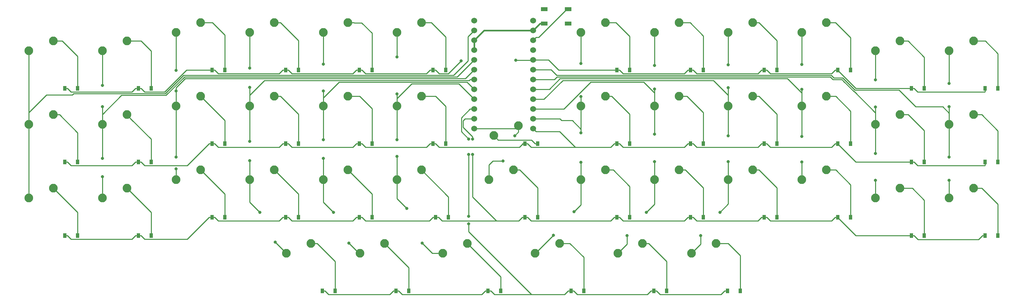
<source format=gbr>
G04 #@! TF.GenerationSoftware,KiCad,Pcbnew,(5.1.2)-1*
G04 #@! TF.CreationDate,2020-02-22T00:02:01+09:00*
G04 #@! TF.ProjectId,rkbd_44,726b6264-5f34-4342-9e6b-696361645f70,rev?*
G04 #@! TF.SameCoordinates,Original*
G04 #@! TF.FileFunction,Copper,L2,Bot*
G04 #@! TF.FilePolarity,Positive*
%FSLAX46Y46*%
G04 Gerber Fmt 4.6, Leading zero omitted, Abs format (unit mm)*
G04 Created by KiCad (PCBNEW (5.1.2)-1) date 2020-02-22 00:02:01*
%MOMM*%
%LPD*%
G04 APERTURE LIST*
%ADD10C,2.250000*%
%ADD11C,1.524000*%
%ADD12R,1.800000X1.100000*%
%ADD13R,0.900000X1.200000*%
%ADD14C,0.800000*%
%ADD15C,0.381000*%
%ADD16C,0.250000*%
G04 APERTURE END LIST*
D10*
X176371250Y-63976250D03*
X170021250Y-66516250D03*
X147478750Y-93186250D03*
X153828750Y-90646250D03*
D11*
X157604850Y-63468250D03*
X157604850Y-66008250D03*
X157604850Y-68548250D03*
X157604850Y-71088250D03*
X157604850Y-73628250D03*
X157604850Y-76168250D03*
X157604850Y-78708250D03*
X157604850Y-81248250D03*
X157604850Y-83788250D03*
X157604850Y-86328250D03*
X157604850Y-88868250D03*
X157604850Y-91408250D03*
X142384850Y-91408250D03*
X142384850Y-88868250D03*
X142384850Y-86328250D03*
X142384850Y-83788250D03*
X142384850Y-81248250D03*
X142384850Y-78708250D03*
X142384850Y-76168250D03*
X142384850Y-73628250D03*
X142384850Y-71088250D03*
X142384850Y-68548250D03*
X142384850Y-66008250D03*
X142384850Y-63468250D03*
D12*
X160496250Y-60526250D03*
X166696250Y-64226250D03*
X160496250Y-64226250D03*
X166696250Y-60526250D03*
D10*
X204946250Y-121126250D03*
X198596250Y-123666250D03*
X185896250Y-121126250D03*
X179546250Y-123666250D03*
X164465000Y-121126250D03*
X158115000Y-123666250D03*
X140652500Y-121126250D03*
X134302500Y-123666250D03*
X119221250Y-121126250D03*
X112871250Y-123666250D03*
X100171250Y-121126250D03*
X93821250Y-123666250D03*
X271621250Y-106838750D03*
X265271250Y-109378750D03*
X252571250Y-106838750D03*
X246221250Y-109378750D03*
X233521250Y-102076250D03*
X227171250Y-104616250D03*
X214471250Y-102076250D03*
X208121250Y-104616250D03*
X195421250Y-102076250D03*
X189071250Y-104616250D03*
X176371250Y-102076250D03*
X170021250Y-104616250D03*
X152558750Y-102076250D03*
X146208750Y-104616250D03*
X128746250Y-102076250D03*
X122396250Y-104616250D03*
X109696250Y-102076250D03*
X103346250Y-104616250D03*
X90646250Y-102076250D03*
X84296250Y-104616250D03*
X71596250Y-102076250D03*
X65246250Y-104616250D03*
X52546250Y-106838750D03*
X46196250Y-109378750D03*
X33496250Y-106838750D03*
X27146250Y-109378750D03*
X271621250Y-87788750D03*
X265271250Y-90328750D03*
X252571250Y-87788750D03*
X246221250Y-90328750D03*
X233521250Y-83026250D03*
X227171250Y-85566250D03*
X214471250Y-83026250D03*
X208121250Y-85566250D03*
X195421250Y-83026250D03*
X189071250Y-85566250D03*
X176371250Y-83026250D03*
X170021250Y-85566250D03*
X128746250Y-83026250D03*
X122396250Y-85566250D03*
X109696250Y-83026250D03*
X103346250Y-85566250D03*
X90646250Y-83026250D03*
X84296250Y-85566250D03*
X71596250Y-83026250D03*
X65246250Y-85566250D03*
X52546250Y-87788750D03*
X46196250Y-90328750D03*
X33496250Y-87788750D03*
X27146250Y-90328750D03*
X271621250Y-68738750D03*
X265271250Y-71278750D03*
X252571250Y-68738750D03*
X246221250Y-71278750D03*
X233521250Y-63976250D03*
X227171250Y-66516250D03*
X214471250Y-63976250D03*
X208121250Y-66516250D03*
X195421250Y-63976250D03*
X189071250Y-66516250D03*
X128746250Y-63976250D03*
X122396250Y-66516250D03*
X109696250Y-63976250D03*
X103346250Y-66516250D03*
X90646250Y-63976250D03*
X84296250Y-66516250D03*
X71596250Y-63976250D03*
X65246250Y-66516250D03*
X52546250Y-68738750D03*
X46196250Y-71278750D03*
X33496250Y-68738750D03*
X27146250Y-71278750D03*
D13*
X211200000Y-133350000D03*
X207900000Y-133350000D03*
X192150000Y-133350000D03*
X188850000Y-133350000D03*
X170718750Y-133350000D03*
X167418750Y-133350000D03*
X149287500Y-133350000D03*
X145987500Y-133350000D03*
X125475000Y-133350000D03*
X122175000Y-133350000D03*
X106425000Y-133350000D03*
X103125000Y-133350000D03*
X277875000Y-119062500D03*
X274575000Y-119062500D03*
X258825000Y-119062500D03*
X255525000Y-119062500D03*
X239775000Y-114300000D03*
X236475000Y-114300000D03*
X220725000Y-114300000D03*
X217425000Y-114300000D03*
X201675000Y-114300000D03*
X198375000Y-114300000D03*
X182625000Y-114300000D03*
X179325000Y-114300000D03*
X158812500Y-114300000D03*
X155512500Y-114300000D03*
X135731250Y-114300000D03*
X132431250Y-114300000D03*
X115950000Y-114300000D03*
X112650000Y-114300000D03*
X96900000Y-114300000D03*
X93600000Y-114300000D03*
X77850000Y-114300000D03*
X74550000Y-114300000D03*
X58800000Y-119062500D03*
X55500000Y-119062500D03*
X39750000Y-119062500D03*
X36450000Y-119062500D03*
X277875000Y-100012500D03*
X274575000Y-100012500D03*
X258825000Y-100012500D03*
X255525000Y-100012500D03*
X239775000Y-95250000D03*
X236475000Y-95250000D03*
X220725000Y-95250000D03*
X217425000Y-95250000D03*
X201675000Y-95250000D03*
X198375000Y-95250000D03*
X182625000Y-95250000D03*
X179325000Y-95250000D03*
X158812500Y-95250000D03*
X155512500Y-95250000D03*
X135000000Y-95250000D03*
X131700000Y-95250000D03*
X115950000Y-95250000D03*
X112650000Y-95250000D03*
X96900000Y-95250000D03*
X93600000Y-95250000D03*
X77850000Y-95250000D03*
X74550000Y-95250000D03*
X58800000Y-100012500D03*
X55500000Y-100012500D03*
X39750000Y-100012500D03*
X36450000Y-100012500D03*
X277875000Y-80962500D03*
X274575000Y-80962500D03*
X258825000Y-80962500D03*
X255525000Y-80962500D03*
X239775000Y-76200000D03*
X236475000Y-76200000D03*
X220725000Y-76200000D03*
X217425000Y-76200000D03*
X201675000Y-76200000D03*
X198375000Y-76200000D03*
X182625000Y-76200000D03*
X179325000Y-76200000D03*
X135000000Y-76200000D03*
X131700000Y-76200000D03*
X115950000Y-76200000D03*
X112650000Y-76200000D03*
X96900000Y-76200000D03*
X93600000Y-76200000D03*
X77850000Y-76200000D03*
X74550000Y-76200000D03*
X58800000Y-80962500D03*
X55500000Y-80962500D03*
X39750000Y-80962500D03*
X36450000Y-80962500D03*
D14*
X139036250Y-73836250D03*
X153166250Y-73696250D03*
X141956250Y-94056250D03*
X141956250Y-98056250D03*
X140956250Y-94056250D03*
X140956250Y-98056250D03*
X140956250Y-114056250D03*
X140956250Y-116056250D03*
X46196250Y-80206850D03*
X46196250Y-85718650D03*
X46196250Y-99060000D03*
X46196250Y-103822500D03*
X65246250Y-76346050D03*
X65246250Y-81680050D03*
X65246250Y-98766250D03*
X65246250Y-101766250D03*
X84296250Y-75716250D03*
X84296250Y-80716250D03*
X84296250Y-94716250D03*
X84296250Y-99716250D03*
X86956250Y-113056250D03*
X90956250Y-120801250D03*
X103346250Y-74666250D03*
X103346250Y-81666250D03*
X103346250Y-94297500D03*
X103346250Y-99060000D03*
X105956250Y-113056250D03*
X109956250Y-121056250D03*
X122396250Y-72866250D03*
X122396250Y-82391250D03*
X122396250Y-94297500D03*
X122396250Y-98583750D03*
X124956250Y-112056250D03*
X128956250Y-121056250D03*
X170016250Y-74556250D03*
X170016250Y-83066250D03*
X170021250Y-92471250D03*
X170026250Y-100136250D03*
X168216250Y-112926250D03*
X162906250Y-118966250D03*
X189071250Y-75041250D03*
X189081250Y-81131250D03*
X189071250Y-92821250D03*
X189071250Y-99941250D03*
X186956250Y-113056250D03*
X181956250Y-119056250D03*
X208121250Y-74866250D03*
X208121250Y-80816250D03*
X208121250Y-93266250D03*
X208131250Y-99956250D03*
X205956250Y-113056250D03*
X200956250Y-119056250D03*
X227171250Y-74766250D03*
X227171250Y-81221250D03*
X227171250Y-93421250D03*
X227171250Y-99996250D03*
X246221250Y-78791250D03*
X246221250Y-85791250D03*
X246221250Y-97791250D03*
X246221250Y-104791250D03*
X265271250Y-79741250D03*
X265271250Y-85741250D03*
X265271250Y-98741250D03*
X265271250Y-104741250D03*
X152856250Y-93209740D03*
X149856250Y-99786250D03*
D15*
X159386850Y-64226250D02*
X157604850Y-66008250D01*
X160496250Y-64226250D02*
X159386850Y-64226250D01*
X144924850Y-66008250D02*
X142384850Y-68548250D01*
X157604850Y-66008250D02*
X144924850Y-66008250D01*
X142384850Y-68548250D02*
X142384850Y-71088250D01*
D16*
X33496250Y-68738750D02*
X35794950Y-68738750D01*
X39750000Y-72693800D02*
X39750000Y-80962500D01*
X35794950Y-68738750D02*
X39750000Y-72693800D01*
X256225000Y-80962500D02*
X255525000Y-80962500D01*
X257150001Y-81887501D02*
X256225000Y-80962500D01*
X274499999Y-81887501D02*
X257150001Y-81887501D01*
X274575000Y-81812500D02*
X274499999Y-81887501D01*
X274575000Y-80962500D02*
X274575000Y-81812500D01*
X236475000Y-76350000D02*
X236475000Y-76200000D01*
X241087500Y-80962500D02*
X236475000Y-76350000D01*
X255525000Y-80962500D02*
X241087500Y-80962500D01*
X218125000Y-76200000D02*
X217425000Y-76200000D01*
X219050001Y-77125001D02*
X218125000Y-76200000D01*
X234849999Y-77125001D02*
X219050001Y-77125001D01*
X235775000Y-76200000D02*
X234849999Y-77125001D01*
X236475000Y-76200000D02*
X235775000Y-76200000D01*
X199075000Y-76200000D02*
X198375000Y-76200000D01*
X200000001Y-77125001D02*
X199075000Y-76200000D01*
X215799999Y-77125001D02*
X200000001Y-77125001D01*
X216725000Y-76200000D02*
X215799999Y-77125001D01*
X217425000Y-76200000D02*
X216725000Y-76200000D01*
X180025000Y-76200000D02*
X179325000Y-76200000D01*
X180950001Y-77125001D02*
X180025000Y-76200000D01*
X196749999Y-77125001D02*
X180950001Y-77125001D01*
X197675000Y-76200000D02*
X196749999Y-77125001D01*
X198375000Y-76200000D02*
X197675000Y-76200000D01*
X113350000Y-76200000D02*
X112650000Y-76200000D01*
X114275001Y-77125001D02*
X113350000Y-76200000D01*
X130074999Y-77125001D02*
X114275001Y-77125001D01*
X131000000Y-76200000D02*
X130074999Y-77125001D01*
X131700000Y-76200000D02*
X131000000Y-76200000D01*
X94300000Y-76200000D02*
X93600000Y-76200000D01*
X95225001Y-77125001D02*
X94300000Y-76200000D01*
X111024999Y-77125001D02*
X95225001Y-77125001D01*
X111950000Y-76200000D02*
X111024999Y-77125001D01*
X112650000Y-76200000D02*
X111950000Y-76200000D01*
X56200000Y-80962500D02*
X55500000Y-80962500D01*
X57125001Y-81887501D02*
X56200000Y-80962500D01*
X74550000Y-76200000D02*
X73850000Y-76200000D01*
X75250000Y-76200000D02*
X74550000Y-76200000D01*
X76175001Y-77125001D02*
X75250000Y-76200000D01*
X91974999Y-77125001D02*
X76175001Y-77125001D01*
X92900000Y-76200000D02*
X91974999Y-77125001D01*
X93600000Y-76200000D02*
X92900000Y-76200000D01*
X37150000Y-80962500D02*
X36450000Y-80962500D01*
X38075001Y-81887501D02*
X37150000Y-80962500D01*
X53874999Y-81887501D02*
X38075001Y-81887501D01*
X54800000Y-80962500D02*
X53874999Y-81887501D01*
X55500000Y-80962500D02*
X54800000Y-80962500D01*
X57125001Y-81887501D02*
X62295599Y-81887501D01*
X67983100Y-76200000D02*
X74550000Y-76200000D01*
X62295599Y-81887501D02*
X67983100Y-76200000D01*
X132400000Y-76200000D02*
X131700000Y-76200000D01*
X133325001Y-77125001D02*
X132400000Y-76200000D01*
X161628250Y-73628250D02*
X157604850Y-73628250D01*
X179325000Y-76200000D02*
X164200000Y-76200000D01*
X164200000Y-76200000D02*
X161628250Y-73628250D01*
X133325001Y-77125001D02*
X135710001Y-77125001D01*
X135775001Y-77060001D02*
X135812499Y-77060001D01*
X135710001Y-77125001D02*
X135775001Y-77060001D01*
X135812499Y-77060001D02*
X139036250Y-73836250D01*
X157536850Y-73696250D02*
X157604850Y-73628250D01*
X153166250Y-73696250D02*
X157536850Y-73696250D01*
X54137240Y-68738750D02*
X54149940Y-68726050D01*
X52546250Y-68738750D02*
X54137240Y-68738750D01*
X54149940Y-68726050D02*
X56178450Y-68726050D01*
X58800000Y-71347600D02*
X58800000Y-80962500D01*
X56178450Y-68726050D02*
X58800000Y-71347600D01*
X71596250Y-63976250D02*
X74695050Y-63976250D01*
X77850000Y-67131200D02*
X77850000Y-76200000D01*
X74695050Y-63976250D02*
X77850000Y-67131200D01*
X96900000Y-75350000D02*
X96900000Y-76200000D01*
X96900000Y-68639010D02*
X96900000Y-75350000D01*
X92237240Y-63976250D02*
X96900000Y-68639010D01*
X90646250Y-63976250D02*
X92237240Y-63976250D01*
X111287240Y-63976250D02*
X111312640Y-64001650D01*
X109696250Y-63976250D02*
X111287240Y-63976250D01*
X111312640Y-64001650D02*
X113277650Y-64001650D01*
X115950000Y-66674000D02*
X115950000Y-76200000D01*
X113277650Y-64001650D02*
X115950000Y-66674000D01*
X128746250Y-63976250D02*
X131337050Y-63976250D01*
X135000000Y-67639200D02*
X135000000Y-76200000D01*
X131337050Y-63976250D02*
X135000000Y-67639200D01*
X176371250Y-63976250D02*
X179066250Y-63976250D01*
X182625000Y-67535000D02*
X182625000Y-76200000D01*
X179066250Y-63976250D02*
X182625000Y-67535000D01*
X195421250Y-63976250D02*
X198251250Y-63976250D01*
X201675000Y-67400000D02*
X201675000Y-76200000D01*
X198251250Y-63976250D02*
X201675000Y-67400000D01*
X220725000Y-68639010D02*
X220725000Y-76200000D01*
X214471250Y-63976250D02*
X216062240Y-63976250D01*
X216062240Y-63976250D02*
X220725000Y-68639010D01*
X239775000Y-67875000D02*
X239775000Y-76200000D01*
X233521250Y-63976250D02*
X235876250Y-63976250D01*
X235876250Y-63976250D02*
X239775000Y-67875000D01*
X252571250Y-68738750D02*
X254638750Y-68738750D01*
X258825000Y-72925000D02*
X258825000Y-80962500D01*
X254638750Y-68738750D02*
X258825000Y-72925000D01*
X271621250Y-68738750D02*
X274638750Y-68738750D01*
X277875000Y-71975000D02*
X277875000Y-80962500D01*
X274638750Y-68738750D02*
X277875000Y-71975000D01*
X39750000Y-99162500D02*
X39750000Y-100012500D01*
X39750000Y-92451510D02*
X39750000Y-99162500D01*
X35087240Y-87788750D02*
X39750000Y-92451510D01*
X33496250Y-87788750D02*
X35087240Y-87788750D01*
X256225000Y-100012500D02*
X255525000Y-100012500D01*
X257150001Y-100937501D02*
X256225000Y-100012500D01*
X274499999Y-100937501D02*
X257150001Y-100937501D01*
X274575000Y-100862500D02*
X274499999Y-100937501D01*
X274575000Y-100012500D02*
X274575000Y-100862500D01*
X236475000Y-95400000D02*
X236475000Y-95250000D01*
X241087500Y-100012500D02*
X236475000Y-95400000D01*
X255525000Y-100012500D02*
X241087500Y-100012500D01*
X218125000Y-95250000D02*
X217425000Y-95250000D01*
X219050001Y-96175001D02*
X218125000Y-95250000D01*
X234849999Y-96175001D02*
X219050001Y-96175001D01*
X235775000Y-95250000D02*
X234849999Y-96175001D01*
X236475000Y-95250000D02*
X235775000Y-95250000D01*
X199075000Y-95250000D02*
X198375000Y-95250000D01*
X200000001Y-96175001D02*
X199075000Y-95250000D01*
X215799999Y-96175001D02*
X200000001Y-96175001D01*
X216725000Y-95250000D02*
X215799999Y-96175001D01*
X217425000Y-95250000D02*
X216725000Y-95250000D01*
X180025000Y-95250000D02*
X179325000Y-95250000D01*
X180950001Y-96175001D02*
X180025000Y-95250000D01*
X196749999Y-96175001D02*
X180950001Y-96175001D01*
X197675000Y-95250000D02*
X196749999Y-96175001D01*
X198375000Y-95250000D02*
X197675000Y-95250000D01*
X156212500Y-95250000D02*
X155512500Y-95250000D01*
X157137501Y-96175001D02*
X156212500Y-95250000D01*
X178625000Y-95250000D02*
X177699999Y-96175001D01*
X179325000Y-95250000D02*
X178625000Y-95250000D01*
X162745001Y-96175001D02*
X157137501Y-96175001D01*
X94300000Y-95250000D02*
X93600000Y-95250000D01*
X95225001Y-96175001D02*
X94300000Y-95250000D01*
X111024999Y-96175001D02*
X95225001Y-96175001D01*
X111950000Y-95250000D02*
X111024999Y-96175001D01*
X112650000Y-95250000D02*
X111950000Y-95250000D01*
X75250000Y-95250000D02*
X74550000Y-95250000D01*
X76175001Y-96175001D02*
X75250000Y-95250000D01*
X91974999Y-96175001D02*
X76175001Y-96175001D01*
X92900000Y-95250000D02*
X91974999Y-96175001D01*
X93600000Y-95250000D02*
X92900000Y-95250000D01*
X56200000Y-100012500D02*
X55500000Y-100012500D01*
X57125001Y-100937501D02*
X56200000Y-100012500D01*
X68162499Y-100937501D02*
X57125001Y-100937501D01*
X73850000Y-95250000D02*
X68162499Y-100937501D01*
X74550000Y-95250000D02*
X73850000Y-95250000D01*
X37150000Y-100012500D02*
X36450000Y-100012500D01*
X38075001Y-100937501D02*
X37150000Y-100012500D01*
X53874999Y-100937501D02*
X38075001Y-100937501D01*
X54800000Y-100012500D02*
X53874999Y-100937501D01*
X55500000Y-100012500D02*
X54800000Y-100012500D01*
X113350000Y-95250000D02*
X112650000Y-95250000D01*
X114275001Y-96175001D02*
X113350000Y-95250000D01*
X130074999Y-96175001D02*
X114275001Y-96175001D01*
X131000000Y-95250000D02*
X130074999Y-96175001D01*
X131700000Y-95250000D02*
X131000000Y-95250000D01*
X132400000Y-95250000D02*
X131700000Y-95250000D01*
X133325001Y-96175001D02*
X132400000Y-95250000D01*
X154087499Y-96175001D02*
X133325001Y-96175001D01*
X155012500Y-95250000D02*
X154087499Y-96175001D01*
X155012500Y-95250000D02*
X154812500Y-95250000D01*
X155512500Y-95250000D02*
X155012500Y-95250000D01*
X164532747Y-92170249D02*
X168537499Y-96175001D01*
X158366849Y-92170249D02*
X164532747Y-92170249D01*
X157604850Y-91408250D02*
X158366849Y-92170249D01*
X177699999Y-96175001D02*
X168537499Y-96175001D01*
X168537499Y-96175001D02*
X162745001Y-96175001D01*
X53612499Y-88913749D02*
X53612499Y-88918499D01*
X52487500Y-87788750D02*
X53612499Y-88913749D01*
X58800000Y-94106000D02*
X58800000Y-100012500D01*
X53612499Y-88918499D02*
X58800000Y-94106000D01*
X77850000Y-89280000D02*
X77850000Y-95250000D01*
X71596250Y-83026250D02*
X77850000Y-89280000D01*
X96900000Y-94400000D02*
X96900000Y-95250000D01*
X96900000Y-87689010D02*
X96900000Y-94400000D01*
X92237240Y-83026250D02*
X96900000Y-87689010D01*
X90646250Y-83026250D02*
X92237240Y-83026250D01*
X115950000Y-86232000D02*
X115950000Y-95250000D01*
X112744250Y-83026250D02*
X115950000Y-86232000D01*
X109696250Y-83026250D02*
X112744250Y-83026250D01*
X135000000Y-85622400D02*
X135000000Y-95250000D01*
X128746250Y-83026250D02*
X132403850Y-83026250D01*
X132403850Y-83026250D02*
X135000000Y-85622400D01*
X158112500Y-95250000D02*
X158812500Y-95250000D01*
X157173749Y-94311249D02*
X158112500Y-95250000D01*
X148603749Y-94311249D02*
X157173749Y-94311249D01*
X147478750Y-93186250D02*
X148603749Y-94311249D01*
X182625000Y-94400000D02*
X182625000Y-95250000D01*
X182625000Y-87689010D02*
X182625000Y-94400000D01*
X177962240Y-83026250D02*
X182625000Y-87689010D01*
X176371250Y-83026250D02*
X177962240Y-83026250D01*
X195421250Y-83026250D02*
X197426250Y-83026250D01*
X201675000Y-87275000D02*
X201675000Y-95250000D01*
X197426250Y-83026250D02*
X201675000Y-87275000D01*
X220725000Y-94400000D02*
X220725000Y-95250000D01*
X220725000Y-87689010D02*
X220725000Y-94400000D01*
X216062240Y-83026250D02*
X220725000Y-87689010D01*
X214471250Y-83026250D02*
X216062240Y-83026250D01*
X233521250Y-83026250D02*
X235926250Y-83026250D01*
X239775000Y-86875000D02*
X239775000Y-95250000D01*
X235926250Y-83026250D02*
X239775000Y-86875000D01*
X252571250Y-87788750D02*
X254688750Y-87788750D01*
X258825000Y-91925000D02*
X258825000Y-100012500D01*
X254688750Y-87788750D02*
X258825000Y-91925000D01*
X271621250Y-87788750D02*
X273688750Y-87788750D01*
X277875000Y-91975000D02*
X277875000Y-100012500D01*
X273688750Y-87788750D02*
X277875000Y-91975000D01*
X39750000Y-113092500D02*
X39750000Y-119062500D01*
X33496250Y-106838750D02*
X39750000Y-113092500D01*
X273875000Y-119062500D02*
X272881250Y-120056250D01*
X274575000Y-119062500D02*
X273875000Y-119062500D01*
X256225000Y-119062500D02*
X255525000Y-119062500D01*
X257218750Y-120056250D02*
X256225000Y-119062500D01*
X272881250Y-120056250D02*
X257218750Y-120056250D01*
X236475000Y-114450000D02*
X236475000Y-114300000D01*
X241087500Y-119062500D02*
X236475000Y-114450000D01*
X255525000Y-119062500D02*
X241087500Y-119062500D01*
X218125000Y-114300000D02*
X217425000Y-114300000D01*
X219050001Y-115225001D02*
X218125000Y-114300000D01*
X234849999Y-115225001D02*
X219050001Y-115225001D01*
X235775000Y-114300000D02*
X234849999Y-115225001D01*
X236475000Y-114300000D02*
X235775000Y-114300000D01*
X199075000Y-114300000D02*
X198375000Y-114300000D01*
X200000001Y-115225001D02*
X199075000Y-114300000D01*
X215799999Y-115225001D02*
X200000001Y-115225001D01*
X216725000Y-114300000D02*
X215799999Y-115225001D01*
X217425000Y-114300000D02*
X216725000Y-114300000D01*
X180025000Y-114300000D02*
X179325000Y-114300000D01*
X180950001Y-115225001D02*
X180025000Y-114300000D01*
X196749999Y-115225001D02*
X180950001Y-115225001D01*
X197675000Y-114300000D02*
X196749999Y-115225001D01*
X198375000Y-114300000D02*
X197675000Y-114300000D01*
X156212500Y-114300000D02*
X155512500Y-114300000D01*
X157137501Y-115225001D02*
X156212500Y-114300000D01*
X177699999Y-115225001D02*
X157137501Y-115225001D01*
X178625000Y-114300000D02*
X177699999Y-115225001D01*
X179325000Y-114300000D02*
X178625000Y-114300000D01*
X133131250Y-114300000D02*
X132431250Y-114300000D01*
X134056251Y-115225001D02*
X133131250Y-114300000D01*
X154812500Y-114300000D02*
X153887499Y-115225001D01*
X155512500Y-114300000D02*
X154812500Y-114300000D01*
X113350000Y-114300000D02*
X112650000Y-114300000D01*
X114275001Y-115225001D02*
X113350000Y-114300000D01*
X130806249Y-115225001D02*
X114275001Y-115225001D01*
X131731250Y-114300000D02*
X130806249Y-115225001D01*
X132431250Y-114300000D02*
X131731250Y-114300000D01*
X94300000Y-114300000D02*
X93600000Y-114300000D01*
X95225001Y-115225001D02*
X94300000Y-114300000D01*
X111024999Y-115225001D02*
X95225001Y-115225001D01*
X111950000Y-114300000D02*
X111024999Y-115225001D01*
X112650000Y-114300000D02*
X111950000Y-114300000D01*
X75250000Y-114300000D02*
X74550000Y-114300000D01*
X76175001Y-115225001D02*
X75250000Y-114300000D01*
X91974999Y-115225001D02*
X76175001Y-115225001D01*
X92900000Y-114300000D02*
X91974999Y-115225001D01*
X93600000Y-114300000D02*
X92900000Y-114300000D01*
X56200000Y-119062500D02*
X55500000Y-119062500D01*
X57125001Y-119987501D02*
X56200000Y-119062500D01*
X68162499Y-119987501D02*
X57125001Y-119987501D01*
X73850000Y-114300000D02*
X68162499Y-119987501D01*
X74550000Y-114300000D02*
X73850000Y-114300000D01*
X37150000Y-119062500D02*
X36450000Y-119062500D01*
X38075001Y-119987501D02*
X37150000Y-119062500D01*
X53874999Y-119987501D02*
X38075001Y-119987501D01*
X54800000Y-119062500D02*
X53874999Y-119987501D01*
X55500000Y-119062500D02*
X54800000Y-119062500D01*
X147956250Y-115056250D02*
X148125001Y-115225001D01*
X141956250Y-109056250D02*
X147956250Y-115056250D01*
X141956250Y-98056250D02*
X141956250Y-109056250D01*
X153887499Y-115225001D02*
X148125001Y-115225001D01*
X148125001Y-115225001D02*
X134056251Y-115225001D01*
X141956250Y-93490565D02*
X139521935Y-91056250D01*
X141956250Y-94056250D02*
X141956250Y-93490565D01*
X139521935Y-91056250D02*
X139521935Y-89331935D01*
X139985620Y-88868250D02*
X142384850Y-88868250D01*
X139521935Y-89331935D02*
X139985620Y-88868250D01*
X58800000Y-113092500D02*
X58800000Y-119062500D01*
X52546250Y-106838750D02*
X58800000Y-113092500D01*
X77850000Y-108330000D02*
X77850000Y-114300000D01*
X71596250Y-102076250D02*
X77850000Y-108330000D01*
X96900000Y-108330000D02*
X96900000Y-114300000D01*
X90646250Y-102076250D02*
X96900000Y-108330000D01*
X115950000Y-108330000D02*
X115950000Y-114300000D01*
X109696250Y-102076250D02*
X115950000Y-108330000D01*
X135731250Y-109061250D02*
X135731250Y-114300000D01*
X128746250Y-102076250D02*
X135731250Y-109061250D01*
X158812500Y-113450000D02*
X158812500Y-114300000D01*
X158812500Y-106739010D02*
X158812500Y-113450000D01*
X154149740Y-102076250D02*
X158812500Y-106739010D01*
X152558750Y-102076250D02*
X154149740Y-102076250D01*
X176371250Y-102076250D02*
X178336250Y-102076250D01*
X182625000Y-106365000D02*
X182625000Y-114300000D01*
X178336250Y-102076250D02*
X182625000Y-106365000D01*
X201675000Y-106739010D02*
X201675000Y-114300000D01*
X195421250Y-102076250D02*
X197012240Y-102076250D01*
X197012240Y-102076250D02*
X201675000Y-106739010D01*
X220725000Y-106739010D02*
X220725000Y-114300000D01*
X214471250Y-102076250D02*
X216062240Y-102076250D01*
X216062240Y-102076250D02*
X220725000Y-106739010D01*
X239775000Y-105915000D02*
X239775000Y-114300000D01*
X233521250Y-102076250D02*
X235936250Y-102076250D01*
X235936250Y-102076250D02*
X239775000Y-105915000D01*
X252571250Y-106838750D02*
X255738750Y-106838750D01*
X258825000Y-109925000D02*
X258825000Y-119062500D01*
X255738750Y-106838750D02*
X258825000Y-109925000D01*
X271621250Y-106838750D02*
X273738750Y-106838750D01*
X277875000Y-110975000D02*
X277875000Y-119062500D01*
X273738750Y-106838750D02*
X277875000Y-110975000D01*
X106425000Y-132500000D02*
X106425000Y-133350000D01*
X106425000Y-125789010D02*
X106425000Y-132500000D01*
X101762240Y-121126250D02*
X106425000Y-125789010D01*
X100171250Y-121126250D02*
X101762240Y-121126250D01*
X189550000Y-133350000D02*
X188850000Y-133350000D01*
X190475001Y-134275001D02*
X189550000Y-133350000D01*
X206274999Y-134275001D02*
X190475001Y-134275001D01*
X207200000Y-133350000D02*
X206274999Y-134275001D01*
X207900000Y-133350000D02*
X207200000Y-133350000D01*
X168118750Y-133350000D02*
X167418750Y-133350000D01*
X169043751Y-134275001D02*
X168118750Y-133350000D01*
X187224999Y-134275001D02*
X169043751Y-134275001D01*
X188150000Y-133350000D02*
X187224999Y-134275001D01*
X188850000Y-133350000D02*
X188150000Y-133350000D01*
X146687500Y-133350000D02*
X145987500Y-133350000D01*
X147612501Y-134275001D02*
X146687500Y-133350000D01*
X166718750Y-133350000D02*
X165793749Y-134275001D01*
X167418750Y-133350000D02*
X166718750Y-133350000D01*
X122875000Y-133350000D02*
X122175000Y-133350000D01*
X123800001Y-134275001D02*
X122875000Y-133350000D01*
X144362499Y-134275001D02*
X123800001Y-134275001D01*
X145287500Y-133350000D02*
X144362499Y-134275001D01*
X145987500Y-133350000D02*
X145287500Y-133350000D01*
X103825000Y-133350000D02*
X103125000Y-133350000D01*
X104750001Y-134275001D02*
X103825000Y-133350000D01*
X120549999Y-134275001D02*
X104750001Y-134275001D01*
X121475000Y-133350000D02*
X120549999Y-134275001D01*
X122175000Y-133350000D02*
X121475000Y-133350000D01*
X155175001Y-134275001D02*
X147612501Y-134275001D01*
X140956250Y-98056250D02*
X140956250Y-114056250D01*
X140956250Y-116056250D02*
X140956250Y-118056250D01*
X140956250Y-118056250D02*
X157175001Y-134275001D01*
X165793749Y-134275001D02*
X157175001Y-134275001D01*
X157175001Y-134275001D02*
X155175001Y-134275001D01*
X141307220Y-86328250D02*
X142384850Y-86328250D01*
X139071926Y-88563544D02*
X141307220Y-86328250D01*
X139071926Y-92171926D02*
X139071926Y-88563544D01*
X140956250Y-94056250D02*
X139071926Y-92171926D01*
X125475000Y-127380000D02*
X125475000Y-133350000D01*
X119221250Y-121126250D02*
X125475000Y-127380000D01*
X149287500Y-129761250D02*
X149287500Y-133350000D01*
X140652500Y-121126250D02*
X149287500Y-129761250D01*
X170718750Y-124693750D02*
X170718750Y-133350000D01*
X164465000Y-121126250D02*
X167151250Y-121126250D01*
X167151250Y-121126250D02*
X170718750Y-124693750D01*
X192150000Y-125789010D02*
X192150000Y-133350000D01*
X185896250Y-121126250D02*
X187487240Y-121126250D01*
X187487240Y-121126250D02*
X192150000Y-125789010D01*
X204946250Y-121126250D02*
X208076250Y-121126250D01*
X211200000Y-124250000D02*
X211200000Y-133350000D01*
X208076250Y-121126250D02*
X211200000Y-124250000D01*
X27146250Y-93374752D02*
X27146250Y-109378750D01*
X27146250Y-87268050D02*
X27146250Y-93374752D01*
X27146250Y-71278750D02*
X27146250Y-87268050D01*
X31769050Y-82645250D02*
X27146250Y-87268050D01*
X140776250Y-67616850D02*
X140776250Y-73856250D01*
X38449250Y-82645250D02*
X31769050Y-82645250D01*
X142384850Y-66008250D02*
X140776250Y-67616850D01*
X38756989Y-82337511D02*
X38449250Y-82645250D01*
X140776250Y-73856250D02*
X137057489Y-77575011D01*
X137057489Y-77575011D02*
X67244499Y-77575011D01*
X67244499Y-77575011D02*
X62482000Y-82337510D01*
X62482000Y-82337510D02*
X38756989Y-82337511D01*
X46196250Y-71278750D02*
X46196250Y-80206850D01*
X46196250Y-90270000D02*
X46137500Y-90328750D01*
X46196250Y-85718650D02*
X46196250Y-87750650D01*
X46145450Y-109327950D02*
X46196250Y-109378750D01*
X46196250Y-87750650D02*
X46196250Y-90328750D01*
X46196250Y-90328750D02*
X46196250Y-99060000D01*
X46196250Y-103822500D02*
X46196250Y-109378750D01*
X137988079Y-78025021D02*
X142384850Y-73628250D01*
X67430899Y-78025021D02*
X137988079Y-78025021D01*
X62668401Y-82787519D02*
X67430899Y-78025021D01*
X46196250Y-87750650D02*
X51159380Y-82787520D01*
X51159380Y-82787520D02*
X62668401Y-82787519D01*
X65246250Y-66516250D02*
X65246250Y-76346050D01*
X65246250Y-83512520D02*
X65246250Y-85566250D01*
X65246250Y-81680050D02*
X65246250Y-83512520D01*
X65246250Y-85566250D02*
X65246250Y-98766250D01*
X65246250Y-101766250D02*
X65246250Y-104616250D01*
X140078069Y-78475031D02*
X142384850Y-76168250D01*
X67617299Y-78475031D02*
X140078069Y-78475031D01*
X65246250Y-83512520D02*
X65246250Y-80846080D01*
X65246250Y-80846080D02*
X67617299Y-78475031D01*
X84296250Y-66516250D02*
X84296250Y-75716250D01*
X84296250Y-85566250D02*
X84296250Y-94716250D01*
X84296250Y-99716250D02*
X84296250Y-104616250D01*
X84296250Y-82716250D02*
X84296250Y-85566250D01*
X84296250Y-80716250D02*
X84296250Y-82716250D01*
X84296250Y-104616250D02*
X84296250Y-110396250D01*
X84296250Y-110396250D02*
X86956250Y-113056250D01*
X90956250Y-120801250D02*
X93821250Y-123666250D01*
X84296250Y-82716250D02*
X88087459Y-78925041D01*
X141307220Y-78708250D02*
X142384850Y-78708250D01*
X141090429Y-78925041D02*
X141307220Y-78708250D01*
X136385041Y-78925041D02*
X141090429Y-78925041D01*
X136385041Y-78925041D02*
X136637459Y-78925041D01*
X88087459Y-78925041D02*
X136385041Y-78925041D01*
X103346250Y-66516250D02*
X103346250Y-74666250D01*
X103346250Y-85566250D02*
X103346250Y-94297500D01*
X103346250Y-99060000D02*
X103346250Y-104616250D01*
X103346250Y-81666250D02*
X103346250Y-82666250D01*
X103346250Y-83666250D02*
X103346250Y-85566250D01*
X103346250Y-82666250D02*
X103346250Y-83446250D01*
X103346250Y-83446250D02*
X103346250Y-83666250D01*
X103346250Y-104616250D02*
X103346250Y-110446250D01*
X103346250Y-110446250D02*
X105956250Y-113056250D01*
X112566250Y-123666250D02*
X112871250Y-123666250D01*
X109956250Y-121056250D02*
X112566250Y-123666250D01*
X140511651Y-79375051D02*
X142384850Y-81248250D01*
X103346250Y-83446250D02*
X107417449Y-79375051D01*
X107417449Y-79375051D02*
X140511651Y-79375051D01*
X122396250Y-66516250D02*
X122396250Y-72866250D01*
X122396250Y-85566250D02*
X122396250Y-94297500D01*
X122396250Y-98583750D02*
X122396250Y-104616250D01*
X122396250Y-83616250D02*
X122396250Y-85566250D01*
X122396250Y-82391250D02*
X122396250Y-83616250D01*
X122396250Y-104616250D02*
X122396250Y-109496250D01*
X122396250Y-109496250D02*
X124956250Y-112056250D01*
X131566250Y-123666250D02*
X134302500Y-123666250D01*
X128956250Y-121056250D02*
X131566250Y-123666250D01*
X122396250Y-83616250D02*
X126187439Y-79825061D01*
X138421661Y-79825061D02*
X142384850Y-83788250D01*
X126187439Y-79825061D02*
X138421661Y-79825061D01*
X170021250Y-68107240D02*
X170016250Y-68112240D01*
X170021250Y-66516250D02*
X170021250Y-68107240D01*
X170016250Y-68112240D02*
X170016250Y-74556250D01*
X170016250Y-85561250D02*
X170021250Y-85566250D01*
X170016250Y-84216250D02*
X170016250Y-85561250D01*
X170016250Y-83066250D02*
X170016250Y-84216250D01*
X170026250Y-104611250D02*
X170021250Y-104616250D01*
X170026250Y-100136250D02*
X170026250Y-104611250D01*
X170021250Y-104616250D02*
X170021250Y-111121250D01*
X170021250Y-111121250D02*
X168216250Y-112926250D01*
X158206250Y-123666250D02*
X158115000Y-123666250D01*
X162906250Y-118966250D02*
X158206250Y-123666250D01*
X158682480Y-88868250D02*
X158684480Y-88866250D01*
X157604850Y-88868250D02*
X158682480Y-88868250D01*
X170021250Y-91811250D02*
X170021250Y-92471250D01*
X158682480Y-88868250D02*
X164538250Y-88868250D01*
X167776251Y-89306251D02*
X170021250Y-91551250D01*
X164976251Y-89306251D02*
X167776251Y-89306251D01*
X164538250Y-88868250D02*
X164976251Y-89306251D01*
X170021250Y-85566250D02*
X170021250Y-91551250D01*
X170021250Y-91551250D02*
X170021250Y-91811250D01*
X189071250Y-66516250D02*
X189071250Y-75041250D01*
X189081250Y-85556250D02*
X189071250Y-85566250D01*
X189071250Y-85566250D02*
X189071250Y-92821250D01*
X189071250Y-99941250D02*
X189071250Y-104616250D01*
X189071250Y-104616250D02*
X189071250Y-110941250D01*
X189071250Y-110941250D02*
X186956250Y-113056250D01*
X181956250Y-121256250D02*
X179546250Y-123666250D01*
X181956250Y-119056250D02*
X181956250Y-121256250D01*
X189081250Y-83081250D02*
X189081250Y-85556250D01*
X189081250Y-81131250D02*
X189081250Y-83081250D01*
X165606300Y-86328250D02*
X157604850Y-86328250D01*
X172559499Y-79375051D02*
X165606300Y-86328250D01*
X186255051Y-79375051D02*
X172559499Y-79375051D01*
X189081250Y-83081250D02*
X189081250Y-82201250D01*
X189081250Y-82201250D02*
X186255051Y-79375051D01*
X208121250Y-66516250D02*
X208121250Y-74866250D01*
X208121250Y-80816250D02*
X208121250Y-81381935D01*
X208121250Y-81381935D02*
X208121250Y-82116250D01*
X208121250Y-85566250D02*
X208121250Y-93266250D01*
X208131250Y-104606250D02*
X208121250Y-104616250D01*
X208131250Y-99956250D02*
X208131250Y-104606250D01*
X208121250Y-104616250D02*
X208121250Y-110891250D01*
X208121250Y-110891250D02*
X205956250Y-113056250D01*
X200956250Y-121306250D02*
X198596250Y-123666250D01*
X200956250Y-119056250D02*
X200956250Y-121306250D01*
X179495041Y-78925041D02*
X179281250Y-78925041D01*
X204305041Y-78925041D02*
X208121250Y-82741250D01*
X179495041Y-78925041D02*
X204305041Y-78925041D01*
X208121250Y-82116250D02*
X208121250Y-82741250D01*
X208121250Y-82741250D02*
X208121250Y-85566250D01*
X179495041Y-78925041D02*
X165317459Y-78925041D01*
X158682480Y-83788250D02*
X158684480Y-83786250D01*
X157604850Y-83788250D02*
X158682480Y-83788250D01*
X160456250Y-83786250D02*
X165317459Y-78925041D01*
X158684480Y-83786250D02*
X160456250Y-83786250D01*
X227171250Y-75066250D02*
X227171250Y-74766250D01*
X227171250Y-66516250D02*
X227171250Y-74766250D01*
X227171250Y-81221250D02*
X227171250Y-81786935D01*
X227171250Y-85566250D02*
X227171250Y-93421250D01*
X227171250Y-100561935D02*
X227171250Y-104616250D01*
X227171250Y-99996250D02*
X227171250Y-100561935D01*
X227171250Y-82546250D02*
X227171250Y-85566250D01*
X227171250Y-81786935D02*
X227171250Y-82196250D01*
X227171250Y-82196250D02*
X227171250Y-82546250D01*
X161834250Y-81248250D02*
X157604850Y-81248250D01*
X164607469Y-78475031D02*
X161834250Y-81248250D01*
X227171250Y-82196250D02*
X223450031Y-78475031D01*
X223450031Y-78475031D02*
X164607469Y-78475031D01*
X157606250Y-78806250D02*
X157656250Y-78856250D01*
X246221250Y-71278750D02*
X246221250Y-78791250D01*
X246221250Y-90328750D02*
X246221250Y-97791250D01*
X246221250Y-104791250D02*
X246221250Y-109378750D01*
X240762519Y-81862519D02*
X240714698Y-81862518D01*
X246221250Y-87321250D02*
X240762519Y-81862519D01*
X246221250Y-87321250D02*
X246221250Y-90328750D01*
X246221250Y-85791250D02*
X246221250Y-87321250D01*
X240714698Y-81862518D02*
X237932340Y-79080160D01*
X237932340Y-79080160D02*
X237564145Y-78711965D01*
X235225554Y-78711964D02*
X234538611Y-78025021D01*
X237564145Y-78711965D02*
X235225554Y-78711964D01*
X234538611Y-78025021D02*
X232656250Y-78025021D01*
X179377479Y-78025021D02*
X179206250Y-78025021D01*
X232656250Y-78025021D02*
X179377479Y-78025021D01*
X163134250Y-78708250D02*
X157604850Y-78708250D01*
X179377479Y-78025021D02*
X163817479Y-78025021D01*
X163817479Y-78025021D02*
X163134250Y-78708250D01*
X265271250Y-71278750D02*
X265271250Y-79741250D01*
X265271250Y-90328750D02*
X265271250Y-98741250D01*
X265271250Y-104741250D02*
X265271250Y-109378750D01*
X265271250Y-87741250D02*
X265271250Y-90328750D01*
X265271250Y-85741250D02*
X265271250Y-87366250D01*
X265271250Y-87366250D02*
X265271250Y-87741250D01*
X235411955Y-78261955D02*
X234725011Y-77575011D01*
X263646250Y-85741250D02*
X256641250Y-85741250D01*
X265271250Y-87366250D02*
X263646250Y-85741250D01*
X256641250Y-85741250D02*
X252312510Y-81412510D01*
X252312510Y-81412510D02*
X240901099Y-81412509D01*
X240901099Y-81412509D02*
X237750545Y-78261955D01*
X237750545Y-78261955D02*
X235411955Y-78261955D01*
X172057489Y-77575011D02*
X163735011Y-77575011D01*
X172057489Y-77575011D02*
X171813899Y-77575011D01*
X234725011Y-77575011D02*
X172057489Y-77575011D01*
X162328250Y-76168250D02*
X157604850Y-76168250D01*
X163735011Y-77575011D02*
X162328250Y-76168250D01*
X153828750Y-92237240D02*
X152856250Y-93209740D01*
X153828750Y-90646250D02*
X153828750Y-92237240D01*
X149856250Y-99786250D02*
X147186250Y-99786250D01*
X146208750Y-100763750D02*
X146208750Y-104616250D01*
X147186250Y-99786250D02*
X146208750Y-100763750D01*
X153066750Y-91408250D02*
X153828750Y-90646250D01*
X142384850Y-91408250D02*
X153066750Y-91408250D01*
X158366849Y-67786251D02*
X157604850Y-68548250D01*
X159086249Y-67786251D02*
X158366849Y-67786251D01*
X166346250Y-60526250D02*
X159086249Y-67786251D01*
X166696250Y-60526250D02*
X166346250Y-60526250D01*
M02*

</source>
